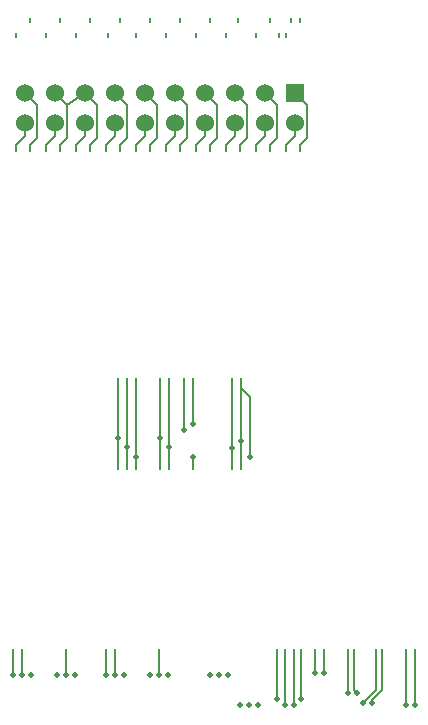
<source format=gbr>
G04 start of page 2 for group 0 idx 0 *
G04 Title: (unknown), P1_W1 *
G04 Creator: pcb 4.2.0 *
G04 CreationDate: Mon Sep 28 04:20:22 2020 UTC *
G04 For: commonadmin *
G04 Format: Gerber/RS-274X *
G04 PCB-Dimensions (mil): 2150.00 2800.00 *
G04 PCB-Coordinate-Origin: lower left *
%MOIN*%
%FSLAX25Y25*%
%LNTOP*%
%ADD16C,0.0380*%
%ADD15C,0.0100*%
%ADD14C,0.0001*%
%ADD13C,0.0600*%
%ADD12C,0.0200*%
%ADD11C,0.0060*%
G54D11*X110000Y240000D02*Y235500D01*
X107000Y232500D01*
Y230500D01*
X140000Y240000D02*Y235500D01*
X137000Y232500D01*
Y230500D01*
Y270000D02*Y268500D01*
X107000Y270000D02*Y268500D01*
X158500Y273500D02*Y275000D01*
X104000Y124500D02*Y155000D01*
X185500Y46500D02*Y47500D01*
X189000Y51000D01*
Y64500D01*
X69000Y56000D02*Y64500D01*
X110000Y250000D02*X114000Y246000D01*
Y235000D01*
X111500Y232500D01*
X140000Y250000D02*X144000Y246000D01*
Y235000D01*
X141500Y232500D01*
Y230500D01*
X111500Y232500D02*Y230500D01*
X101000Y124500D02*Y155000D01*
X66000Y56000D02*Y64500D01*
X141000Y275000D02*Y273500D01*
X111500Y275000D02*Y273500D01*
X154500Y270000D02*Y268500D01*
X182499Y46500D02*X182500D01*
X187000Y51000D01*
Y64500D01*
X100000Y240000D02*Y235500D01*
X97000Y232500D01*
Y230500D01*
X130000Y240000D02*Y235500D01*
X127000Y232500D01*
Y230500D01*
Y270000D02*Y268500D01*
X97500Y270000D02*Y268500D01*
X107000Y124500D02*Y155000D01*
X200000Y46000D02*Y64500D01*
X83500Y56000D02*Y64500D01*
X100000Y250000D02*X104000Y246000D01*
Y235000D01*
X101500Y232500D01*
X130000Y250000D02*X134000Y246000D01*
Y235000D01*
X131500Y232500D01*
Y230500D01*
X101500Y232500D02*Y230500D01*
X131500Y275000D02*Y273500D01*
X101500Y275000D02*Y273500D01*
X197000Y46000D02*Y64500D01*
X169500Y56500D02*Y64500D01*
X162000Y48000D02*Y64500D01*
X100000Y56000D02*Y64500D01*
X160000Y250000D02*X164000Y246000D01*
Y235000D01*
X161500Y232500D01*
Y230500D01*
Y275000D02*Y273500D01*
X120000Y240000D02*Y235500D01*
X117000Y232500D01*
Y230500D01*
X70000Y240000D02*Y235500D01*
X67000Y232500D01*
Y230500D01*
Y270000D02*Y268500D01*
X117000Y270000D02*Y268500D01*
X118000Y124500D02*Y155000D01*
X70000Y250000D02*X74000Y246000D01*
X71500Y232500D02*Y230500D01*
Y275000D02*Y273500D01*
X115000Y124500D02*Y155000D01*
X97000Y56000D02*Y64500D01*
X160000Y240000D02*Y235500D01*
X157000Y232500D01*
Y230500D01*
Y270000D02*Y268500D01*
X166500Y56500D02*Y64500D01*
X154000Y48000D02*Y64500D01*
X120000Y250000D02*X124000Y246000D01*
Y235000D01*
X121500Y232500D01*
Y230500D01*
Y275000D02*Y273500D01*
X74000Y246000D02*Y235000D01*
X71500Y232500D01*
X142000Y124500D02*Y155000D01*
X126000Y139500D02*Y155000D01*
Y128500D02*Y124500D01*
X145000Y128500D02*Y148500D01*
X142000Y151500D01*
X179500Y64500D02*Y51000D01*
X180500Y50000D01*
X156500Y46000D02*Y64500D01*
X114500Y56000D02*Y64500D01*
X150000Y250000D02*X154000Y246000D01*
Y235000D01*
X151500Y232500D01*
Y230500D01*
Y275000D02*Y273500D01*
X90000Y240000D02*Y235500D01*
X87000Y232500D01*
Y230500D01*
X80000Y240000D02*Y235500D01*
X77000Y232500D01*
Y230500D01*
X87000Y270000D02*Y268500D01*
X77000Y270000D02*Y268500D01*
X94000Y246000D02*Y235000D01*
X90000Y250000D02*X94000Y246000D01*
X84000D02*Y235000D01*
X90000Y250000D02*X84000Y246000D01*
X91500Y275000D02*Y273500D01*
X81500Y275000D02*Y273500D01*
X91500Y232500D02*Y230500D01*
X94000Y235000D02*X91500Y232500D01*
X81500D02*Y230500D01*
X84000Y235000D02*X81500Y232500D01*
X80000Y250000D02*X84000Y246000D01*
X150000Y240000D02*Y235500D01*
X177500Y50000D02*Y64500D01*
X159500Y46000D02*Y64500D01*
X150000Y235500D02*X147000Y232500D01*
Y230500D01*
Y270000D02*Y268500D01*
X139000Y124500D02*Y155000D01*
X123000Y137500D02*Y155000D01*
G54D12*X182499Y46500D03*
X185500D03*
X177500Y50000D03*
X180500D03*
X197000Y46000D03*
X200000D03*
X166500Y56500D03*
X131500Y56000D03*
X134500D03*
X137500D03*
X169500Y56500D03*
X154000Y48000D03*
X156500Y46000D03*
X141500D03*
X144500D03*
X147500D03*
X159500D03*
X162000Y48000D03*
G54D13*X140000Y250000D03*
Y240000D03*
X130000Y250000D03*
Y240000D03*
G54D14*G36*
X157000Y253000D02*Y247000D01*
X163000D01*
Y253000D01*
X157000D01*
G37*
G54D13*X160000Y240000D03*
X150000Y250000D03*
Y240000D03*
X120000Y250000D03*
Y240000D03*
X110000Y250000D03*
X100000D03*
X90000D03*
X80000D03*
X70000D03*
X110000Y240000D03*
X100000D03*
X90000D03*
X80000D03*
X70000D03*
G54D12*X72000Y56000D03*
X69000D03*
X66000D03*
X86500D03*
X83500D03*
X80500D03*
X103000D03*
X117500D03*
X114500D03*
X111500D03*
X100000D03*
X97000D03*
X107000Y128500D03*
X126000Y139500D03*
X123000Y137500D03*
X142000Y134000D03*
X139000Y131500D03*
X126000Y128500D03*
X145000D03*
X118000Y132000D03*
X104000D03*
X101000Y135000D03*
X115000D03*
G54D15*G54D16*G54D15*M02*

</source>
